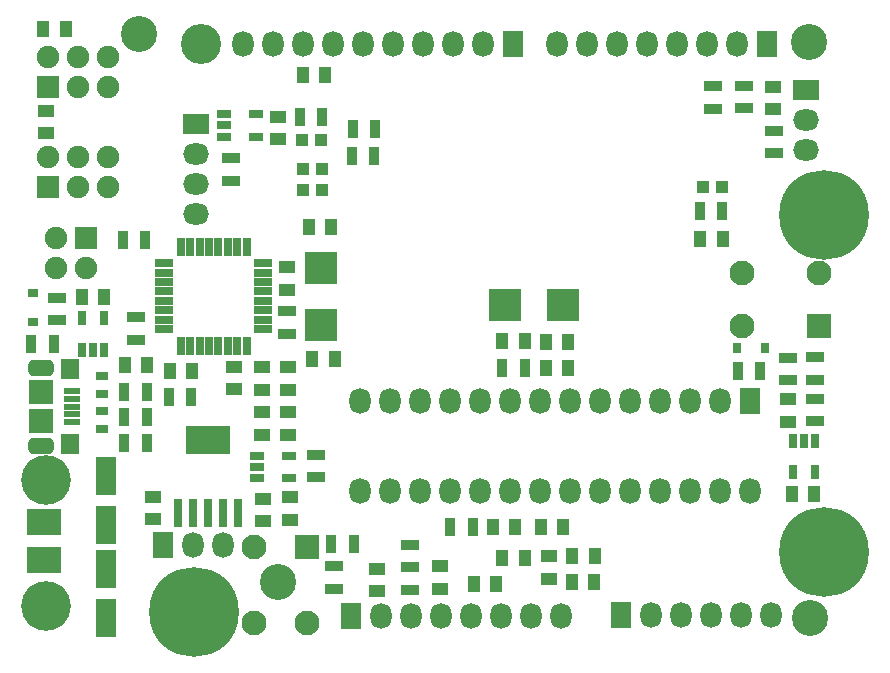
<source format=gts>
G04*
G04 #@! TF.GenerationSoftware,Altium Limited,Altium Designer,21.3.1 (25)*
G04*
G04 Layer_Color=8388736*
%FSLAX44Y44*%
%MOMM*%
G71*
G04*
G04 #@! TF.SameCoordinates,472AA62F-3F09-4C21-BF2B-41C26AEB2B16*
G04*
G04*
G04 #@! TF.FilePolarity,Negative*
G04*
G01*
G75*
%ADD36R,3.7000X2.4000*%
%ADD37R,0.8000X2.4000*%
%ADD38R,1.4000X1.1000*%
%ADD39R,2.9000X2.2000*%
%ADD40R,1.5000X0.9000*%
%ADD41R,0.9000X1.5000*%
%ADD42R,2.7000X2.8000*%
%ADD43R,2.8000X2.7000*%
%ADD44R,1.2000X0.7500*%
%ADD45R,0.7500X1.2000*%
%ADD46R,1.8000X3.2000*%
%ADD47C,3.0480*%
%ADD48R,1.0000X1.0000*%
%ADD49R,2.1000X2.1000*%
%ADD50R,1.6000X1.8000*%
%ADD51R,1.4500X0.5000*%
%ADD52R,1.6200X0.6700*%
%ADD53R,0.6700X1.6200*%
%ADD54R,0.8858X0.7588*%
%ADD55R,0.7588X0.8858*%
%ADD56R,1.1000X0.8000*%
%ADD57R,1.1000X1.4000*%
%ADD58C,3.4000*%
%ADD59C,2.1000*%
%ADD60C,4.2000*%
%ADD61O,1.8000X2.2000*%
%ADD62R,1.8000X2.2000*%
%ADD63C,7.6000*%
%ADD64R,1.9000X1.9000*%
%ADD65C,1.9000*%
%ADD66O,2.2000X1.8000*%
%ADD67R,2.2000X1.8000*%
%ADD68R,2.1000X2.1000*%
G04:AMPARAMS|DCode=69|XSize=2.2mm|YSize=1.4mm|CornerRadius=0.46mm|HoleSize=0mm|Usage=FLASHONLY|Rotation=0.000|XOffset=0mm|YOffset=0mm|HoleType=Round|Shape=RoundedRectangle|*
%AMROUNDEDRECTD69*
21,1,2.2000,0.4800,0,0,0.0*
21,1,1.2800,1.4000,0,0,0.0*
1,1,0.9200,0.6400,-0.2400*
1,1,0.9200,-0.6400,-0.2400*
1,1,0.9200,-0.6400,0.2400*
1,1,0.9200,0.6400,0.2400*
%
%ADD69ROUNDEDRECTD69*%
D36*
X164084Y171208D02*
D03*
D37*
X189484Y109208D02*
D03*
X176784D02*
D03*
X164084D02*
D03*
X151384D02*
D03*
X138684D02*
D03*
D38*
X210820Y121260D02*
D03*
Y102260D02*
D03*
X232410Y175412D02*
D03*
Y194412D02*
D03*
X233680Y103530D02*
D03*
Y122530D02*
D03*
X655066Y205588D02*
D03*
Y186588D02*
D03*
X223774Y444602D02*
D03*
Y425602D02*
D03*
X307340Y43230D02*
D03*
Y62230D02*
D03*
X642874Y470104D02*
D03*
Y451104D02*
D03*
X26924Y430936D02*
D03*
Y449936D02*
D03*
X186690Y233020D02*
D03*
Y214020D02*
D03*
X230886Y298348D02*
D03*
Y317348D02*
D03*
X210058Y232512D02*
D03*
Y213512D02*
D03*
X360934Y45110D02*
D03*
Y64110D02*
D03*
X452628Y53746D02*
D03*
Y72746D02*
D03*
X209804Y175412D02*
D03*
Y194412D02*
D03*
X117602Y104038D02*
D03*
Y123038D02*
D03*
X232410Y213766D02*
D03*
Y232766D02*
D03*
D39*
X25400Y69600D02*
D03*
Y101600D02*
D03*
D40*
X256032Y158598D02*
D03*
Y139598D02*
D03*
X36830Y272440D02*
D03*
Y291440D02*
D03*
X270764Y64364D02*
D03*
Y45364D02*
D03*
X678434Y222148D02*
D03*
Y241148D02*
D03*
Y186842D02*
D03*
Y205842D02*
D03*
X103378Y256184D02*
D03*
Y275184D02*
D03*
X655574Y240894D02*
D03*
Y221894D02*
D03*
X335280Y44348D02*
D03*
Y63348D02*
D03*
Y82296D02*
D03*
Y63296D02*
D03*
X643128Y432816D02*
D03*
Y413816D02*
D03*
X591820Y451764D02*
D03*
Y470764D02*
D03*
X618490Y471018D02*
D03*
Y452018D02*
D03*
X230886Y261264D02*
D03*
Y280264D02*
D03*
X183388Y390550D02*
D03*
Y409550D02*
D03*
D41*
X268884Y83312D02*
D03*
X287884D02*
D03*
X33630Y252730D02*
D03*
X14630D02*
D03*
X432410Y232156D02*
D03*
X413410D02*
D03*
X241960Y444500D02*
D03*
X260960D02*
D03*
X388468Y97028D02*
D03*
X369468D02*
D03*
X112370Y168402D02*
D03*
X93370D02*
D03*
Y190246D02*
D03*
X112370D02*
D03*
Y212090D02*
D03*
X93370D02*
D03*
X111354Y340106D02*
D03*
X92354D02*
D03*
X131216Y207264D02*
D03*
X150216D02*
D03*
X286000Y411250D02*
D03*
X305000D02*
D03*
X306000Y434500D02*
D03*
X287000D02*
D03*
X631800Y229870D02*
D03*
X612800D02*
D03*
X599694Y365252D02*
D03*
X580694D02*
D03*
D42*
X415936Y285750D02*
D03*
X464936D02*
D03*
D43*
X260350Y317108D02*
D03*
Y268108D02*
D03*
D44*
X205956Y157836D02*
D03*
Y148336D02*
D03*
Y138836D02*
D03*
X232956Y157836D02*
D03*
Y138836D02*
D03*
X178270Y446888D02*
D03*
Y437388D02*
D03*
Y427888D02*
D03*
X205270Y446888D02*
D03*
Y427888D02*
D03*
D45*
X57302Y247612D02*
D03*
X66802D02*
D03*
X76302D02*
D03*
X57302Y274612D02*
D03*
X76302D02*
D03*
X678434Y170624D02*
D03*
X668934D02*
D03*
X659434D02*
D03*
X678434Y143624D02*
D03*
X659434D02*
D03*
D46*
X78232Y20648D02*
D03*
Y61648D02*
D03*
X77724Y99388D02*
D03*
Y140388D02*
D03*
D47*
X106172Y514858D02*
D03*
X673354Y508000D02*
D03*
X673862Y20066D02*
D03*
X223266Y50546D02*
D03*
D48*
X259714Y424942D02*
D03*
X243714D02*
D03*
X260476Y382524D02*
D03*
X244476D02*
D03*
X260476Y400812D02*
D03*
X244476D02*
D03*
X599566Y385064D02*
D03*
X583566D02*
D03*
D49*
X22860Y187410D02*
D03*
Y211410D02*
D03*
X248560Y80760D02*
D03*
D50*
X47360Y167410D02*
D03*
Y231410D02*
D03*
D51*
X49610Y212410D02*
D03*
Y205910D02*
D03*
Y199410D02*
D03*
Y192910D02*
D03*
Y186410D02*
D03*
D52*
X211164Y264862D02*
D03*
Y272862D02*
D03*
Y280862D02*
D03*
Y288862D02*
D03*
Y296862D02*
D03*
Y304862D02*
D03*
Y312862D02*
D03*
Y320862D02*
D03*
X127164D02*
D03*
Y312862D02*
D03*
Y304862D02*
D03*
Y296862D02*
D03*
Y288862D02*
D03*
Y280862D02*
D03*
Y272862D02*
D03*
Y264862D02*
D03*
D53*
X197164Y334862D02*
D03*
X189164D02*
D03*
X181164D02*
D03*
X173164D02*
D03*
X165164D02*
D03*
X157164D02*
D03*
X149164D02*
D03*
X141164D02*
D03*
Y250862D02*
D03*
X149164D02*
D03*
X157164D02*
D03*
X165164D02*
D03*
X173164D02*
D03*
X181164D02*
D03*
X189164D02*
D03*
X197164D02*
D03*
D54*
X16510Y295402D02*
D03*
Y271018D02*
D03*
D55*
X611886Y248920D02*
D03*
X636270D02*
D03*
D56*
X74676Y180714D02*
D03*
Y195714D02*
D03*
Y225432D02*
D03*
Y210432D02*
D03*
D57*
X271628Y239522D02*
D03*
X252628D02*
D03*
X93726Y234442D02*
D03*
X112726D02*
D03*
X57302Y292100D02*
D03*
X76302D02*
D03*
X658774Y125476D02*
D03*
X677774D02*
D03*
X445922Y97282D02*
D03*
X464922D02*
D03*
X424536Y97028D02*
D03*
X405536D02*
D03*
X244500Y480060D02*
D03*
X263500D02*
D03*
X389534Y48768D02*
D03*
X408534D02*
D03*
X472490Y50800D02*
D03*
X491490D02*
D03*
X469240Y254000D02*
D03*
X450240D02*
D03*
X413410Y255270D02*
D03*
X432410D02*
D03*
X432410Y71374D02*
D03*
X413410D02*
D03*
X469494Y232156D02*
D03*
X450494D02*
D03*
X491592Y72644D02*
D03*
X472592D02*
D03*
X25044Y518668D02*
D03*
X44044D02*
D03*
X268580Y351790D02*
D03*
X249580D02*
D03*
X131826Y229616D02*
D03*
X150826D02*
D03*
X581050Y341630D02*
D03*
X600050D02*
D03*
D58*
X157988Y506476D02*
D03*
D59*
X203560Y80760D02*
D03*
Y15760D02*
D03*
X248560D02*
D03*
X681724Y312568D02*
D03*
X616724D02*
D03*
Y267568D02*
D03*
D60*
X27178Y136906D02*
D03*
Y30734D02*
D03*
D61*
X193548Y506476D02*
D03*
X218948D02*
D03*
X244348D02*
D03*
X269748D02*
D03*
X295148D02*
D03*
X345948D02*
D03*
X371348D02*
D03*
X396748D02*
D03*
X320548D02*
D03*
X535940D02*
D03*
X612140D02*
D03*
X586740D02*
D03*
X561340D02*
D03*
X510540D02*
D03*
X485140D02*
D03*
X459740D02*
D03*
X387096Y22352D02*
D03*
X310896D02*
D03*
X336296D02*
D03*
X361696D02*
D03*
X412496D02*
D03*
X437896D02*
D03*
X463296D02*
D03*
X615188Y22606D02*
D03*
X538988D02*
D03*
X564388D02*
D03*
X589788D02*
D03*
X640588D02*
D03*
X177038Y81788D02*
D03*
X151638D02*
D03*
X318516Y127762D02*
D03*
X293116D02*
D03*
X343916D02*
D03*
X369316D02*
D03*
X394716D02*
D03*
X420116D02*
D03*
X445516D02*
D03*
X470916D02*
D03*
X496316D02*
D03*
X521716D02*
D03*
X547116D02*
D03*
X572516D02*
D03*
X597916D02*
D03*
X623316D02*
D03*
X293116Y203962D02*
D03*
X318516D02*
D03*
X343916D02*
D03*
X369316D02*
D03*
X394716D02*
D03*
X420116D02*
D03*
X445516D02*
D03*
X470916D02*
D03*
X496316D02*
D03*
X521716D02*
D03*
X547116D02*
D03*
X572516D02*
D03*
X597916D02*
D03*
D62*
X422148Y506476D02*
D03*
X637540D02*
D03*
X285496Y22352D02*
D03*
X513588Y22606D02*
D03*
X126238Y81788D02*
D03*
X623316Y203962D02*
D03*
D63*
X152400Y25400D02*
D03*
X685800Y76200D02*
D03*
Y361950D02*
D03*
D64*
X29210Y469900D02*
D03*
Y385572D02*
D03*
X60960Y341884D02*
D03*
D65*
X54610Y469900D02*
D03*
X80010D02*
D03*
X29210Y495300D02*
D03*
X54610D02*
D03*
X80010D02*
D03*
X54610Y385572D02*
D03*
X80010D02*
D03*
X29210Y410972D02*
D03*
X54610D02*
D03*
X80010D02*
D03*
X35560Y341884D02*
D03*
X60960Y316484D02*
D03*
X35560D02*
D03*
D66*
X154432Y362712D02*
D03*
Y388112D02*
D03*
Y413512D02*
D03*
X670306Y416560D02*
D03*
Y441960D02*
D03*
D67*
X154432Y438912D02*
D03*
X670306Y467360D02*
D03*
D68*
X681724Y267568D02*
D03*
D69*
X22860Y166410D02*
D03*
Y232410D02*
D03*
M02*

</source>
